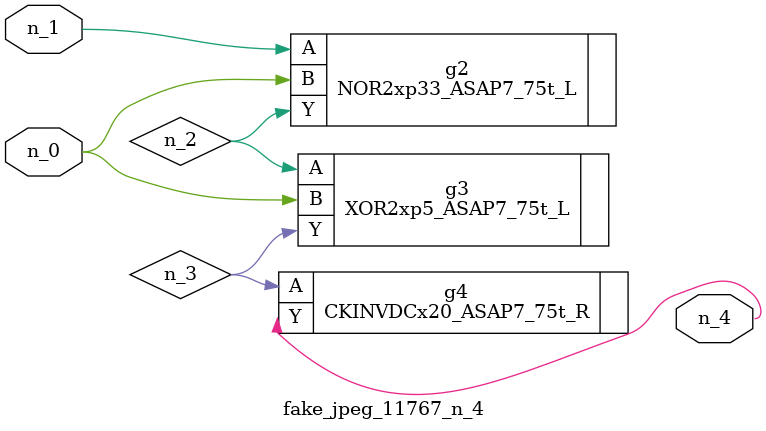
<source format=v>
module fake_jpeg_11767_n_4 (n_0, n_1, n_4);

input n_0;
input n_1;

output n_4;

wire n_2;
wire n_3;

NOR2xp33_ASAP7_75t_L g2 ( 
.A(n_1),
.B(n_0),
.Y(n_2)
);

XOR2xp5_ASAP7_75t_L g3 ( 
.A(n_2),
.B(n_0),
.Y(n_3)
);

CKINVDCx20_ASAP7_75t_R g4 ( 
.A(n_3),
.Y(n_4)
);


endmodule
</source>
